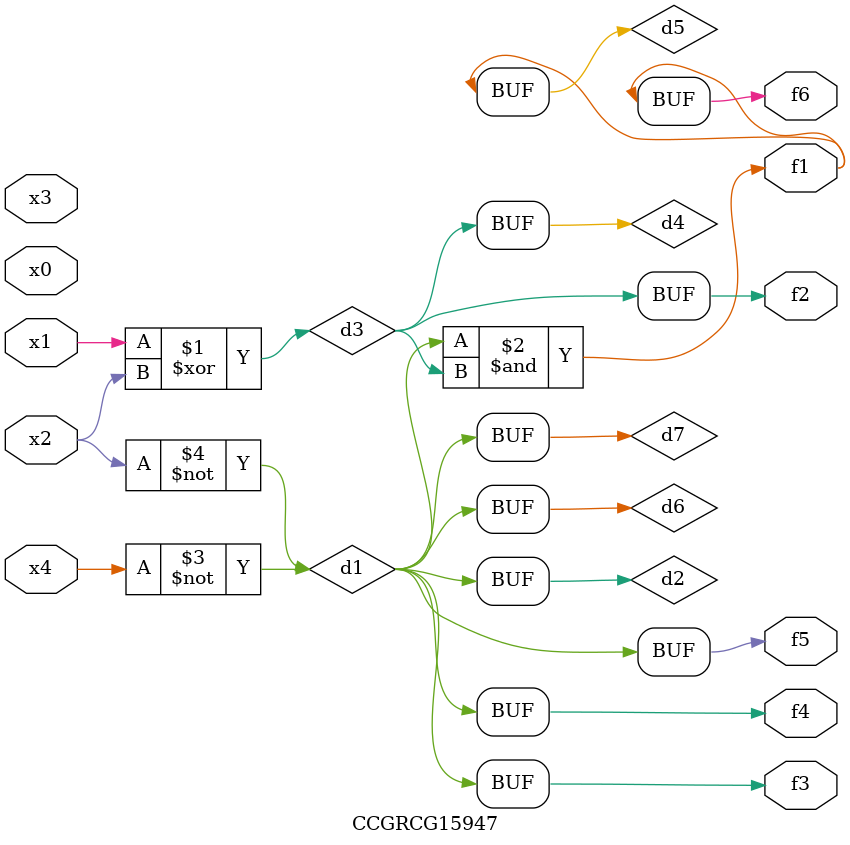
<source format=v>
module CCGRCG15947(
	input x0, x1, x2, x3, x4,
	output f1, f2, f3, f4, f5, f6
);

	wire d1, d2, d3, d4, d5, d6, d7;

	not (d1, x4);
	not (d2, x2);
	xor (d3, x1, x2);
	buf (d4, d3);
	and (d5, d1, d3);
	buf (d6, d1, d2);
	buf (d7, d2);
	assign f1 = d5;
	assign f2 = d4;
	assign f3 = d7;
	assign f4 = d7;
	assign f5 = d7;
	assign f6 = d5;
endmodule

</source>
